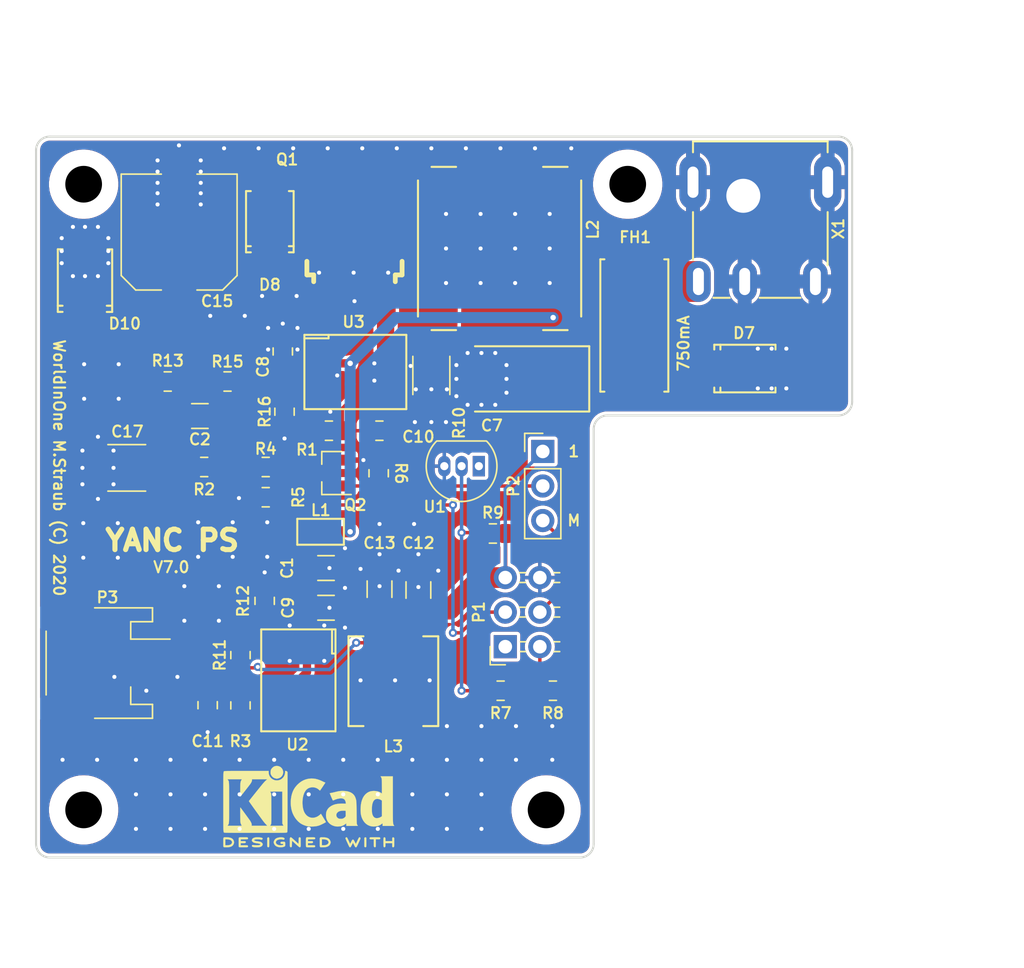
<source format=kicad_pcb>
(kicad_pcb (version 20230620) (generator pcbnew)
  (layers (0 "F.Cu" signal "Top") (31 "B.Cu" signal "Bottom") (35 "F.Paste" user) (37 "F.SilkS" user "F.Silkscreen") (38 "B.Mask" user) (39 "F.Mask" user) (44 "Edge.Cuts" user))
  (net 0 "")
  (net 1 "GND")
  (net 2 "Net-(C10-Pad1)")
  (net 3 "Net-(D8-Pad2)")
  (net 4 "Net-(FH1-Pad1)")
  (net 5 "Net-(Q1-Pad2)")
  (net 6 "Net-(Q1-Pad1)")
  (net 7 "Net-(R13-Pad1)")
  (net 8 "Net-(R2-Pad1)")
  (net 9 "/170V")
  (net 10 "/UIN")
  (net 11 "Net-(Q2-Pad3)")
  (net 12 "/HVON")
  (net 13 "/U170V")
  (net 14 "/CASETEMP")
  (net 15 "Net-(R7-Pad1)")
  (net 16 "Net-(P2-Pad2)")
  (net 17 "Net-(C2-Pad2)")
  (net 18 "/5V")
  (net 19 "Net-(U1-Pad1)")
  (net 20 "/UB")
  (net 21 "Net-(L3-Pad1)")
  (net 22 "Net-(R3-Pad2)")
  (net 23 "Net-(R11-Pad1)")
  (net 24 "Net-(C11-Pad2)")
  (net 25 "Net-(P1-Pad1)")
  (footprint "Resistor_SMD:R_0805_2012Metric" (layer "F.Cu") (at 114.8865 97.79 180)
    (property "Reference" "R4")
    (property "Value" "10K")
  )
  (footprint "Mounting_Holes:MountingHole_2.7mm_M2.5_DIN965" (layer "F.Cu") (at 101.5 77)
    (property "Reference" "MH4" hide)
    (property "Value" "Mounting_Hole")
  )
  (footprint "Resistor_SMD:R_0805_2012Metric" (layer "F.Cu") (at 119.53225 95.1215)
    (property "Reference" "R1")
    (property "Value" "22K")
  )
  (footprint "Capacitor_SMD:C_1206_3216Metric_95" (layer "F.Cu") (at 119.3195 105.2195 180)
    (property "Reference" "C1")
    (property "Value" "22µ")
  )
  (footprint "Capacitor_SMD:C_Elec_8x10.2" (layer "F.Cu") (at 108.5215 80.518 90)
    (property "Reference" "C15")
    (property "Value" "3.3µ")
  )
  (footprint "WIO_Mech:PJ-051A" (layer "F.Cu") (at 150 77.851 -90)
    (property "Reference" "X1")
    (property "Value" "PJ-051A")
  )
  (footprint "Resistor_SMD:R_0805_2012Metric" (layer "F.Cu") (at 110.363 97.79 180)
    (property "Reference" "R2")
    (property "Value" "470K")
  )
  (footprint "Resistor_SMD:R_0805_2012Metric" (layer "F.Cu") (at 113.03 111.618 -90)
    (property "Reference" "R11")
    (property "Value" "52.3K")
  )
  (footprint "Connector_PinSocket_2.54mm:PinSocket_2x03_P2.54mm_Horizontal" (layer "F.Cu") (at 132.5 111 180)
    (property "Reference" "P1")
    (property "Value" "FE03-2W")
  )
  (footprint "Capacitor_SMD:C_1206_3216Metric_95" (layer "F.Cu") (at 126.111 106.8345 -90)
    (property "Reference" "C12")
    (property "Value" "22µ")
  )
  (footprint "Resistor_SMD:R_0805_2012Metric" (layer "F.Cu") (at 113.03 115.316 -90)
    (property "Reference" "R3")
    (property "Value" "22K")
  )
  (footprint "Mounting_Holes:MountingHole_2.7mm_M2.5_DIN965" (layer "F.Cu") (at 101.5 123)
    (property "Reference" "MH1" hide)
    (property "Value" "Mounting_Hole")
  )
  (footprint "TO_SOT_Packages_SMD:SOT-23" (layer "F.Cu") (at 119.768 98.2345 180)
    (property "Reference" "Q2")
    (property "Value" "BSS138")
  )
  (footprint "Resistor_SMD:R_0805_2012Metric" (layer "F.Cu") (at 114.808 107.6325 -90)
    (property "Reference" "R12")
    (property "Value" "10K")
  )
  (footprint "TO_SOT_Packages_THT:TO-92_Inline_Narrow_Oval" (layer "F.Cu") (at 130.556 97.7265 180)
    (property "Reference" "U1")
    (property "Value" "LM335Z")
  )
  (footprint "Housings_SOIC:SOIC-8_3.9x4.9mm_Pitch1.27mm" (layer "F.Cu") (at 117.2845 113.4745 -90)
    (property "Reference" "U2")
    (property "Value" "AOZ1015AI")
  )
  (footprint "Capacitor_SMD:C_1812_4532Metric" (layer "F.Cu") (at 104.6695 97.8535 180)
    (property "Reference" "C17")
    (property "Value" "100N")
  )
  (footprint "Resistor_SMD:R_2010_5025Metric" (layer "F.Cu") (at 127.0635 91.059 -90)
    (property "Reference" "R10")
    (property "Value" "0.05E")
  )
  (footprint "Diodes_SMD:SMA_Standard" (layer "F.Cu") (at 115.189 79.756 90)
    (property "Reference" "D8")
    (property "Value" "ES1G")
  )
  (footprint "Resistor_SMD:R_0805_2012Metric" (layer "F.Cu") (at 116.2685 93.726 90)
    (property "Reference" "R16")
    (property "Value" "8.2K")
  )
  (footprint "Capacitor_SMD:C_0805_2012Metric_60" (layer "F.Cu") (at 123.24525 95.1215 180)
    (property "Reference" "C10")
    (property "Value" "100N")
  )
  (footprint "Capacitor_SMD:C_0805_2012Metric_60" (layer "F.Cu") (at 110.617 115.301 90)
    (property "Reference" "C11")
    (property "Value" "2.7N")
  )
  (footprint "Mounting_Holes:MountingHole_2.7mm_M2.5_DIN965" (layer "F.Cu") (at 135.5 123)
    (property "Reference" "MH2" hide)
    (property "Value" "Mounting_Hole")
  )
  (footprint "Diodes_SMD:SMB_Standard" (layer "F.Cu") (at 101.6 84.08416 90)
    (property "Reference" "D10")
    (property "Value" "SMBJ5388B")
  )
  (footprint "Resistor_SMD:R_0805_2012Metric" (layer "F.Cu") (at 136.002 114.2365)
    (property "Reference" "R8")
    (property "Value" "10K")
  )
  (footprint "Inductors_SMD:Inductor_0630" (layer "F.Cu") (at 124.2695 113.538 90)
    (property "Reference" "L3")
    (property "Value" "10µ")
  )
  (footprint "Capacitor_SMD:C_1206_3216Metric_95" (layer "F.Cu") (at 123.2535 106.771 -90)
    (property "Reference" "C13")
    (property "Value" "22µ")
  )
  (footprint "Resistor_SMD:R_0805_2012Metric" (layer "F.Cu") (at 107.681 91.5035 180)
    (property "Reference" "R13")
    (property "Value" "470K")
  )
  (footprint "Capacitors_Tantalum_SMD:Tantalum_Case-D_EIA-7343-31_Reflow" (layer "F.Cu") (at 133.9215 91.313 180)
    (property "Reference" "C7")
    (property "Value" "100µ")
  )
  (footprint "Diodes_SMD:SMA_Standard" (layer "F.Cu") (at 150.114 90.551)
    (property "Reference" "D7")
    (property "Value" "SS34")
  )
  (footprint "Mounting_Holes:MountingHole_2.7mm_M2.5_DIN965" (layer "F.Cu") (at 141.5 77)
    (property "Reference" "MH3" hide)
    (property "Value" "Mounting_Hole")
  )
  (footprint "Housings_SOIC:SOIC-8_3.9x4.9mm_Pitch1.27mm" (layer "F.Cu") (at 121.4755 90.805)
    (property "Reference" "U3")
    (property "Value" "MAX1771")
  )
  (footprint "Resistor_SMD:R_0805_2012Metric" (layer "F.Cu") (at 112.0775 91.5035 180)
    (property "Reference" "R15")
    (property "Value" "470K")
  )
  (footprint "Connector_JST:JST_PH_S2B-PH-SM4-TB_1x02-1MP_P2.00mm_Horizontal" (layer "F.Cu") (at 103.251 112.2045 -90)
    (property "Reference" "P3")
    (property "Value" "JSTPHMHS-2")
  )
  (footprint "Resistor_SMD:R_0805_2012Metric" (layer "F.Cu") (at 123.19 98.2495 -90)
    (property "Reference" "R6")
    (property "Value" "10K")
  )
  (footprint "Capacitor_SMD:C_1206_3216Metric_95" (layer "F.Cu") (at 119.3195 108.1405 180)
    (property "Reference" "C9")
    (property "Value" "22µ")
  )
  (footprint "Capacitor_SMD:C_1206_3216Metric_95" (layer "F.Cu") (at 110.0455 94.0435)
    (property "Reference" "C2")
    (property "Value" "100P")
  )
  (footprint "Inductors_SMD:INDC2012X110" (layer "F.Cu") (at 118.9195 102.5525 180)
    (property "Reference" "L1")
    (property "Value" "FB0805")
  )
  (footprint "Resistor_SMD:R_0805_2012Metric" (layer "F.Cu") (at 131.587 102.6795 180)
    (property "Reference" "R9")
    (property "Value" "1K")
  )
  (footprint "Capacitor_SMD:C_0805_2012Metric_60" (layer "F.Cu") (at 116.1415 89.296 90)
    (property "Reference" "C8")
    (property "Value" "100N")
  )
  (footprint "Connector_PinHeader_2.54mm:PinHeader_1x03_P2.54mm_Vertical" (layer "F.Cu") (at 135.255 96.647)
    (property "Reference" "P2")
    (property "Value" "MA03-1")
  )
  (footprint "Resistor_SMD:R_0805_2012Metric" (layer "F.Cu") (at 132.1585 114.2365)
    (property "Reference" "R7")
    (property "Value" "15K")
  )
  (footprint "Inductors_SMD:CDRH127" (layer "F.Cu") (at 132.08 81.7245 180)
    (property "Reference" "L2")
    (property "Value" "100µ")
  )
  (footprint "Symbol:KiCad-Logo2_5mm_SilkScreen" (layer "F.Cu") (at 118.0465 122.7455)
    (property "Reference" "REF**" hide)
    (property "Value" "KiCad-Logo2_5mm_SilkScreen" hide)
  )
  (footprint "Housings_TO_SOT_SMD:TO-252" (layer "F.Cu") (at 121.412 82.167 90)
    (property "Reference" "Q1")
    (property "Value" "FQD18N20")
  )
  (footprint "Resistor_SMD:R_0805_2012Metric" (layer "F.Cu") (at 114.8865 100.0125)
    (property "Reference" "R5")
    (property "Value" "3.9K")
  )
  (footprint "Fuse_Holders_and_Fuses:Littelfuse_Nano2_1808_Fuse_Holder_SMD" (layer "F.Cu") (at 141.986 87.386 -90)
    (property "Reference" "FH1")
    (property "Value" "FH1808")
  )
  (gr_line (start 158 93) (end 158 74.5) (stroke (width 0.15)) (layer "Edge.Cuts"))
  (gr_line (start 157 73.5) (end 99 73.5) (stroke (width 0.1524)) (layer "Edge.Cuts"))
  (gr_arc (start 157 73.5) (mid 157.707107 73.792893) (end 158 74.5) (stroke (width 0.1524)) (layer "Edge.Cuts"))
  (gr_line (start 140 94) (end 157 94) (stroke (width 0.1524)) (layer "Edge.Cuts"))
  (gr_arc (start 139 95) (mid 139.292893 94.292893) (end 140 94) (stroke (width 0.15)) (layer "Edge.Cuts"))
  (gr_line (start 138 126.5) (end 99 126.5) (stroke (width 0.1524)) (layer "Edge.Cuts"))
  (gr_arc (start 99 126.5) (mid 98.292893 126.207107) (end 98 125.5) (stroke (width 0.15)) (layer "Edge.Cuts"))
  (gr_arc (start 139 125.5) (mid 138.707107 126.207107) (end 138 126.5) (stroke (width 0.15)) (layer "Edge.Cuts"))
  (gr_arc (start 98 74.5) (mid 98.292893 73.792893) (end 99 73.5) (stroke (width 0.15)) (layer "Edge.Cuts"))
  (gr_line (start 139 125.5) (end 139 95) (stroke (width 0.1524)) (layer "Edge.Cuts"))
  (gr_line (start 98 74.5) (end 98 125.5) (stroke (width 0.1524)) (layer "Edge.Cuts"))
  (gr_arc (start 158 93) (mid 157.707107 93.707107) (end 157 94) (stroke (width 0.15)) (layer "Edge.Cuts"))
  (gr_text "YANC PS" (at 108.0135 103.1875 0) (layer "F.SilkS") (effects (font (size 1.5 1.5) (thickness 0.375))))
  (gr_text "1" (at 137.541 96.647 0) (layer "F.SilkS") (effects (font (size 0.8128 0.8128) (thickness 0.1524))))
  (gr_text "M" (at 137.541 101.727 0) (layer "F.SilkS") (effects (font (size 0.8128 0.8128) (thickness 0.1524))))
  (gr_text "WorldInOne M.Straub (C) 2020" (at 99.695 97.8535 270) (layer "F.SilkS") (effects (font (size 0.8128 0.8128) (thickness 0.1524))))
  (gr_text "V7.0" (at 107.95 105.156 0) (layer "F.SilkS") (effects (font (size 0.8128 0.8128) (thickness 0.1524))))
  (gr_text "750mA" (at 145.6055 88.7095 90) (layer "F.SilkS") (effects (font (size 0.8128 0.8128) (thickness 0.1524))))
  (segment (start 100.711 83.7565) (end 100.711 80.137) (width 0.4064) (layer "F.Cu") (net 1))
  (segment (start 108.5088 74.1426) (end 108.5088 76.9053) (width 0.4064) (layer "F.Cu") (net 1))
  (segment (start 115.8575 88.3585) (end 115.062 89.154) (width 0.4064) (layer "F.Cu") (net 1))
  (segment (start 153.0985 90.551) (end 152.11298 90.551) (width 0.4064) (layer "F.Cu") (net 1))
  (segment (start 99.8855 81.915) (end 101.57968 81.915) (width 0.4064) (layer "F.Cu") (net 1))
  (segment (start 116.4255 88.3585) (end 117.221 89.154) (width 0.4064) (layer "F.Cu") (net 1))
  (segment (start 115.854 88.3585) (end 115.062 87.5665) (width 0.4064) (layer "F.Cu") (net 1))
  (segment (start 120.7135 106.68) (end 120.7135 108.1345) (width 0.4064) (layer "F.Cu") (net 1))
  (segment (start 132.588 90.297) (end 131.7625 90.297) (width 0.4064) (layer "F.Cu") (net 1))
  (segment (start 106.934 77.6605) (end 110.109 77.6605) (width 0.4064) (layer "F.Cu") (net 1))
  (segment (start 127.0635 93.309) (end 127.0635 94.488) (width 0.4064) (layer "F.Cu") (net 1))
  (segment (start 153.162 90.551) (end 152.11298 90.551) (width 0.4064) (layer "F.Cu") (net 1))
  (segment (start 129.7305 93.218) (end 129.7305 92.329) (width 0.4064) (layer "F.Cu") (net 1))
  (segment (start 106.934 78.486) (end 110.109 78.486) (width 0.4064) (layer "F.Cu") (net 1))
  (segment (start 129.7305 89.408) (end 129.7305 90.297) (width 0.4064) (layer "F.Cu") (net 1))
  (segment (start 126.111 106.6165) (end 126.111 105.4345) (width 0.4064) (layer "F.Cu") (net 1))
  (segment (start 121.8565 105.283) (end 123.1655 105.283) (width 0.4064) (layer "F.Cu") (net 1))
  (segment (start 119.1895 110.7745) (end 119.1895 112.0445) (width 0.4064) (layer "F.Cu") (net 1))
  (segment (start 125.8525 94.488) (end 125.8845 94.488) (width 0.4064) (layer "F.Cu") (net 1))
  (segment (start 119.5705 108.1405) (end 120.7195 108.1405) (width 0.4064) (layer "F.Cu") (net 1))
  (segment (start 128.1385 94.488) (end 128.1385 94.384) (width 0.4064) (layer "F.Cu") (net 1))
  (segment (start 110.109 76.8985) (end 108.541 76.8985) (width 0.4064) (layer "F.Cu") (net 1))
  (segment (start 101.6 83.7565) (end 101.6 81.93532) (width 0.4064) (layer "F.Cu") (net 1))
  (segment (start 103.3145 82.804) (end 99.8855 82.804) (width 0.4064) (layer "F.Cu") (net 1))
  (segment (start 116.1415 87.249) (end 116.1415 88.3585) (width 0.4064) (layer "F.Cu") (net 1))
  (segment (start 120.9205 97.282) (end 122.06761 97.282) (width 0.4064) (layer "F.Cu") (net 1))
  (segment (start 124.1755 90.17) (end 125.349 90.17) (width 0.4064) (layer "F.Cu") (net 1))
  (segment (start 103.3145 81.915) (end 101.62032 81.915) (width 0.4064) (layer "F.Cu") (net 1))
  (segment (start 112.918 100.076) (end 113.8855 100.076) (width 0.4064) (layer "F.Cu") (net 1))
  (segment (start 127.0635 93.309) (end 127.0635 92.075) (width 0.4064) (layer "F.Cu") (net 1))
  (segment (start 106.934 75.2475) (end 110.109 75.2475) (width 0.4064) (layer "F.Cu") (net 1))
  (segment (start 153.162 92.0115) (end 153.162 90.6145) (width 0.4064) (layer "F.Cu") (net 1))
  (segment (start 116.6495 109.441) (end 116.6495 110.7745) (width 0.4064) (layer "F.Cu") (net 1))
  (segment (start 106.934 76.073) (end 110.109 76.073) (width 0.4064) (layer "F.Cu") (net 1))
  (segment (start 127.5715 105.41) (end 126.1355 105.41) (width 0.4064) (layer "F.Cu") (net 1))
  (segment (start 125.349 90.17) (end 125.5395 90.3605) (width 0.4064) (layer "F.Cu") (net 1))
  (segment (start 101.4095 96.5835) (end 103.6955 96.5835) (width 0.4064) (layer "F.Cu") (net 1))
  (segment (start 120.7195 105.2195) (end 121.793 105.2195) (width 0.4064) (layer "F.Cu") (net 1))
  (segment (start 120.7135 103.759) (end 120.7135 105.2135) (width 0.4064) (layer "F.Cu") (net 1))
  (segment (start 128.2065 92.166) (end 127.0635 93.309) (width 0.4064) (layer "F.Cu") (net 1))
  (segment (start 151.0665 89.0905) (end 151.0665 90.551) (width 0.4064) (layer "F.Cu") (net 1))
  (segment (start 120.7135 109.601) (end 120.7135 108.1465) (width 0.4064) (layer "F.Cu") (net 1))
  (segment (start 103.759 113.2205) (end 108.3945 113.2205) (width 0.4064) (layer "F.Cu") (net 1))
  (segment (start 120.7135 106.68) (end 120.7135 105.2255) (width 0.4064) (layer "F.Cu") (net 1))
  (segment (start 122.8725 91.44) (end 124.1755 91.44) (width 0.4064) (layer "F.Cu") (net 1))
  (segment (start 125.9205 92.166) (end 127.0635 93.309) (width 0.4064) (layer "F.Cu") (net 1))
  (segment (start 125.8845 94.488) (end 127.0635 93.309) (width 0.4064) (layer "F.Cu") (net 1))
  (segment (start 103.3145 80.9625) (end 99.8855 80.9625) (width 0.4064) (layer "F.Cu") (net 1))
  (segment (start 110.617 117.2845) (end 110.617 116.2385) (width 0.4064) (layer "F.Cu") (net 1))
  (segment (start 102.5525 95.5675) (end 102.5525 100.1395) (width 0.4064) (layer "F.Cu") (net 1))
  (segment (start 114.808 105.537) (end 114.808 106.695) (width 0.4064) (layer "F.Cu") (net 1))
  (segment (start 124.1755 91.44) (end 125.857 91.44) (width 0.4064) (layer "F.Cu") (net 1))
  (segment (start 128.905 91.313) (end 130.7465 91.313) (width 0.4064) (layer "F.Cu") (net 1))
  (segment (start 128.2065 92.078999) (end 128.2065 92.166) (width 0.4064) (layer "F.Cu") (net 1))
  (segment (start 152.0825 92.0115) (end 152.0825 90.58148) (width 0.4064) (layer "F.Cu") (net 1))
  (segment (start 152.0825 89.0905) (end 152.0825 90.52052) (width 0.4064) (layer "F.Cu") (net 1))
  (segment (start 153.162 89.0905) (end 153.162 90.551) (width 0.4064) (layer "F.Cu") (net 1))
  (segment (start 151.0665 90.551) (end 152.11298 90.551) (width 0.4064) (layer "F.Cu") (net 1))
  (segment (start 123.2535 106.553) (end 123.2535 105.371) (width 0.4064) (layer "F.Cu") (net 1))
  (segment (start 130.7465 93.218) (end 130.7465 91.313) (width 0.4064) (layer "F.Cu") (net 1))
  (segment (start 132.588 92.329) (end 131.7625 92.329) (width 0.4064) (layer "F.Cu") (net 1))
  (segment (start 116.6495 110.7745) (end 116.6495 112.0445) (width 0.4064) (layer "F.Cu") (net 1))
  (segment (start 153.162 90.6145) (end 153.0985 90.551) (width 0.4064) (layer "F.Cu") (net 1))
  (segment (start 132.588 91.313) (end 130.7465 91.313) (width 0.4064) (layer "F.Cu") (net 1))
  (segment (start 131.7625 93.218) (end 131.7625 92.329) (width 0.4064) (layer "F.Cu") (net 1))
  (segment (start 119.5705 105.2195) (end 120.7195 105.2195) (width 0.4064) (layer "F.Cu") (net 1))
  (segment (start 125.9205 91.5035) (end 125.9205 92.078999) (width 0.4064) (layer "F.Cu") (net 1))
  (segment (start 123.2535 104.2035) (end 123.2535 105.371) (width 0.4064) (layer "F.Cu") (net 1))
  (segment (start 128.905 92.583) (end 129.4765 92.583) (width 0.4064) (layer "F.Cu") (net 1))
  (segment (start 128.905 90.297) (end 129.7305 90.297) (width 0.4064) (layer "F.Cu") (net 1))
  (segment (start 125.9205 92.078999) (end 125.9205 92.166) (width 0.4064) (layer "F.Cu") (net 1))
  (segment (start 124.6505 105.41) (end 126.0865 105.41) (width 0.4064) (layer "F.Cu") (net 1))
  (segment (start 125.857 91.44) (end 125.9205 91.5035) (width 0.4064) (layer "F.Cu") (net 1))
  (segment (start 151.0665 92.0115) (end 151.0665 90.551) (width 0.4064) (layer "F.Cu") (net 1))
  (segment (start 106.934 76.8985) (end 108.502 76.8985) (width 0.4064) (layer "F.Cu") (net 1))
  (segment (start 129.4765 92.583) (end 131.7625 90.297) (width 0.4064) (layer "F.Cu") (net 1))
  (segment (start 102.5525 83.7565) (end 102.5525 80.137) (width 0.4064) (layer "F.Cu") (net 1))
  (segment (start 101.4095 97.8535) (end 103.6955 97.8535) (width 0.4064) (layer "F.Cu") (net 1))
  (segment (start 101.4095 99.06) (end 103.6955 99.06) (width 0.4064) (layer "F.Cu") (net 1))
  (segment (start 106.1085 114.2365) (end 106.1085 113.212) (width 0.4064) (layer "F.Cu") (net 1))
  (segment (start 124.6505 105.41) (end 123.2925 105.41) (width 0.4064) (layer "F.Cu") (net 1))
  (segment (start 128.1385 94.384) (end 127.0635 93.309) (width 0.4064) (layer "F.Cu") (net 1))
  (segment (start 126.111 104.2035) (end 126.111 105.4345) (width 0.4064) (layer "F.Cu") (net 1))
  (segment (start 122.8725 90.17) (end 124.1755 90.17) (width 0.4064) (layer "F.Cu") (net 1))
  (segment (start 116.429 88.3585) (end 117.221 87.5665) (width 0.4064) (layer "F.Cu") (net 1))
  (segment (start 130.7465 89.408) (end 130.7465 91.313) (width 0.4064) (layer "F.Cu") (net 1))
  (segment (start 101.6 80.137) (end 101.6 81.93532) (width 0.4064) (layer "F.Cu") (net 1))
  (segment (start 119.1895 109.441) (end 119.1895 110.7745) (width 0.4064) (layer "F.Cu") (net 1))
  (segment (start 121.793 105.2195) (end 121.8565 105.283) (width 0.4064) (layer "F.Cu") (net 1))
  (via (at 110.4265 121.8565) (size 0.6) (drill 0.3) (layers "F.Cu" "B.Cu") (net 1))
  (via (at 102.5525 100.1395) (size 0.6) (drill 0.3) (layers "F.Cu" "B.Cu") (net 1))
  (via (at 118.0465 121.8565) (size 0.6) (drill 0.3) (layers "F.Cu" "B.Cu") (net 1))
  (via (at 122.06761 97.282) (size 0.6) (drill 0.3) (layers "F.Cu" "B.Cu") (net 1))
  (via (at 108.3945 113.2205) (size 0.6) (drill 0.3) (layers "F.Cu" "B.Cu") (net 1))
  (via (at 102.489 119.3165) (size 0.6) (drill 0.3) (layers "F.Cu" "B.Cu") (net 1))
  (via (at 110.109 77.6605) (size 0.6) (drill 0.3) (layers "F.Cu" "B.Cu") (net 1))
  (via (at 124.6505 105.41) (size 0.6) (drill 0.3) (layers "F.Cu" "B.Cu") (net 1))
  (via (at 123.1265 121.8565) (size 0.6) (drill 0.3) (layers "F.Cu" "B.Cu") (net 1))
  (via (at 104.0765 92.7735) (size 0.6) (drill 0.3) (layers "F.Cu" "B.Cu") (net 1))
  (via (at 116.6495 109.441) (size 0.6) (drill 0.3) (layers "F.Cu" "B.Cu") (net 1))
  (via (at 124.5235 74.3585) (size 0.6) (drill 0.3) (layers "F.Cu" "B.Cu") (net 1))
  (via (at 124.3965 113.4745) (size 0.6) (drill 0.3) (layers "F.Cu" "B.Cu") (net 1))
  (via (at 109.9185 101.854) (size 0.6) (drill 0.3) (layers "F.Cu" "B.Cu") (net 1))
  (via (at 126.111 106.6165) (size 0.6) (drill 0.3) (layers "F.Cu" "B.Cu") (net 1))
  (via (at 102.5525 83.7565) (size 0.6) (drill 0.3) (layers "F.Cu" "B.Cu") (net 1))
  (via (at 110.109 76.073) (size 0.6) (drill 0.3) (layers "F.Cu" "B.Cu") (net 1))
  (via (at 133.223 81.7245) (size 0.6) (drill 0.3) (layers "F.Cu" "B.Cu") (net 1))
  (via (at 114.808 105.537) (size 0.6) (drill 0.3) (layers "F.Cu" "B.Cu") (net 1))
  (via (at 112.9665 121.8565) (size 0.6) (drill 0.3) (layers "F.Cu" "B.Cu") (net 1))
  (via (at 114.9985 101.854) (size 0.6) (drill 0.3) (layers "F.Cu" "B.Cu") (net 1))
  (via (at 103.6955 97.8535) (size 0.6) (drill 0.3) (layers "F.Cu" "B.Cu") (net 1))
  (via (at 152.0825 92.0115) (size 0.6) (drill 0.3) (layers "F.Cu" "B.Cu") (net 1))
  (via (at 128.2065 121.8565) (size 0.6) (drill 0.3) (layers "F.Cu" "B.Cu") (net 1))
  (via (at 153.162 89.0905) (size 0.6) (drill 0.3) (layers "F.Cu" "B.Cu") (net 1))
  (via (at 126.111 104.2035) (size 0.6) (drill 0.3) (layers "F.Cu" "B.Cu") (net 1))
  (via (at 119.4435 74.3585) (size 0.6) (drill 0.3) (layers "F.Cu" "B.Cu") (net 1))
  (via (at 100.711 83.7565) (size 0.6) (drill 0.3) (layers "F.Cu" "B.Cu") (net 1))
  (via (at 101.6 83.7565) (size 0.6) (drill 0.3) (layers "F.Cu" "B.Cu") (net 1))
  (via (at 126.9365 113.4745) (size 0.6) (drill 0.3) (layers "F.Cu" "B.Cu") (net 1))
  (via (at 131.7625 89.408) (size 0.6) (drill 0.3) (layers "F.Cu" "B.Cu") (net 1))
  (via (at 119.1895 109.441) (size 0.6) (drill 0.3) (layers "F.Cu" "B.Cu") (net 1))
  (via (at 119.1895 112.0445) (size 0.6) (drill 0.3) (layers "F.Cu" "B.Cu") (net 1))
  (via (at 123.8885 83.5025) (size 0.6) (drill 0.3) (layers "F.Cu" "B.Cu") (net 1))
  (via (at 110.617 117.2845) (size 0.6) (drill 0.3) (layers "F.Cu" "B.Cu") (net 1))
  (via (at 123.2535 104.2035) (size 0.6) (drill 0.3) (layers "F.Cu" "B.Cu") (net 1))
  (via (at 127.0635 92.075) (size 0.6) (drill 0.3) (layers "F.Cu" "B.Cu") (net 1))
  (via (at 125.8525 94.488) (size 0.6) (drill 0.3) (layers "F.Cu" "B.Cu") (net 1))
  (via (at 110.4265 119.3165) (size 0.6) (drill 0.3) (layers "F.Cu" "B.Cu") (net 1))
  (via (at 114.6175 85.217) (size 0.6) (drill 0.3) (layers "F.Cu" "B.Cu") (net 1))
  (via (at 104.013 104.4575) (size 0.6) (drill 0.3) (layers "F.Cu" "B.Cu") (net 1))
  (via (at 128.143 81.7245) (size 0.6) (drill 0.3) (layers "F.Cu" "B.Cu") (net 1))
  (via (at 103.3145 82.804) (size 0.6) (drill 0.3) (layers "F.Cu" "B.Cu") (net 1))
  (via (at 135.9535 116.84) (size 0.6) (drill 0.3) (layers "F.Cu" "B.Cu") (net 1))
  (via (at 118.8085 83.5025) (size 0.6) (drill 0.3) (layers "F.Cu" "B.Cu") (net 1))
  (via (at 135.763 84.2645) (size 0.6) (drill 0.3) (layers "F.Cu" "B.Cu") (net 1))
  (via (at 106.934 75.2475) (size 0.6) (drill 0.3) (layers "F.Cu" "B.Cu") (net 1))
  (via (at 106.934 76.8985) (size 0.6) (drill 0.3) (layers "F.Cu" "B.Cu") (net 1))
  (via (at 119.5705 108.1405) (size 0.6) (drill 0.3) (layers "F.Cu" "B.Cu") (net 1))
  (via (at 116.6495 112.0445) (size 0.6) (drill 0.3) (layers "F.Cu" "B.Cu") (net 1))
  (via (at 103.759 113.2205) (size 0.6) (drill 0.3) (layers "F.Cu" "B.Cu") (net 1))
  (via (at 121.3485 83.5025) (size 0.6) (drill 0.3) (layers "F.Cu" "B.Cu") (net 1))
  (via (at 115.5065 121.8565) (size 0.6) (drill 0.3) (layers "F.Cu" "B.Cu") (net 1))
  (via (at 103.6955 96.5835) (size 0.6) (drill 0.3) (layers "F.Cu" "B.Cu") (net 1))
  (via (at 107.8865 119.3165) (size 0.6) (drill 0.3) (layers "F.Cu" "B.Cu") (net 1))
  (via (at 130.7465 93.218) (size 0.6) (drill 0.3) (layers "F.Cu" "B.Cu") (net 1))
  (via (at 127.0635 94.488) (size 0.6) (drill 0.3) (layers "F.Cu" "B.Cu") (net 1))
  (via (at 122.8725 91.44) (size 0.6) (drill 0.3) (layers "F.Cu" "B.Cu") (net 1))
  (via (at 121.412 85.598) (size 0.6) (drill 0.3) (layers "F.Cu" "B.Cu") (net 1))
  (via (at 130.7465 121.8565) (size 0.6) (drill 0.3) (layers "F.Cu" "B.Cu") (net 1))
  (via (at 133.223 84.2645) (size 0.6) (drill 0.3) (layers "F.Cu" "B.Cu") (net 1))
  (via (at 102.5525 95.5675) (size 0.6) (drill 0.3) (layers "F.Cu" "B.Cu") (net 1))
  (via (at 120.5865 124.3965) (size 0.6) (drill 0.3) (layers "F.Cu" "B.Cu") (net 1))
  (via (at 128.905 91.313) (size 0.6) (drill 0.3) (layers "F.Cu" "B.Cu") (net 1))
  (via (at 99.8855 81.915) (size 0.6) (drill 0.3) (layers "F.Cu" "B.Cu") (net 1))
  (via (at 105.3465 124.3965) (size 0.6) (drill 0.3) (layers "F.Cu" "B.Cu") (net 1))
  (via (at 132.1435 74.3585) (size 0.6) (drill 0.3) (layers "F.Cu" "B.Cu") (net 1))
  (via (at 128.2065 116.84) (size 0.6) (drill 0.3) (layers "F.Cu" "B.Cu") (net 1))
  (via (at 110.109 76.8985) (size 0.6) (drill 0.3) (layers "F.Cu" "B.Cu") (net 1))
  (via (at 101.473 104.4575) (size 0.6) (drill 0.3) (layers "F.Cu" "B.Cu") (net 1))
  (via (at 125.6665 119.3165) (size 0.6) (drill 0.3) (layers "F.Cu" "B.Cu") (net 1))
  (via (at 114.9985 104.394) (size 0.6) (drill 0.3) (layers "F.Cu" "B.Cu") (net 1))
  (via (at 103.3145 81.915) (size 0.6) (drill 0.3) (layers "F.Cu" "B.Cu") (net 1))
  (via (at 105.3465 121.8565) (size 0.6) (drill 0.3) (layers "F.Cu" "B.Cu") (net 1))
  (via (at 111.4425 106.553) (size 0.6) (drill 0.3) (layers "F.Cu" "B.Cu") (net 1))
  (via (at 106.934 76.073) (size 0.6) (drill 0.3) (layers "F.Cu" "B.Cu") (net 1))
  (via (at 108.5088 74.1426) (size 0.6) (drill 0.3) (layers "F.Cu" "B.Cu") (net 1))
  (via (at 117.1575 85.217) (size 0.6) (drill 0.3) (layers "F.Cu" "B.Cu") (net 1))
  (via (at 119.634 93.726) (size 0.6) (drill 0.3) (layers "F.Cu" "B.Cu") (net 1))
  (via (at 104.013 101.9175) (size 0.6) (drill 0.3) (layers "F.Cu" "B.Cu") (net 1))
  (via (at 125.9205 92.078999) (size 0.6) (drill 0.3) (layers "F.Cu" "B.Cu") (net 1))
  (via (at 125.5395 90.3605) (size 0.6) (drill 0.3) (layers "F.Cu" "B.Cu") (net 1))
  (via (at 128.143 79.1845) (size 0.6) (drill 0.3) (layers "F.Cu" "B.Cu") (net 1))
  (via (at 117.221 87.5665) (size 0.6) (drill 0.3) (layers "F.Cu" "B.Cu") (net 1))
  (via (at 119.5705 105.2195) (size 0.6) (drill 0.3) (layers "F.Cu" "B.Cu") (net 1))
  (via (at 125.6665 121.8565) (size 0.6) (drill 0.3) (layers "F.Cu" "B.Cu") (net 1))
  (via (at 128.2065 119.3165) (size 0.6) (drill 0.3) (layers "F.Cu" "B.Cu") (net 1))
  (via (at 128.143 84.2645) (size 0.6) (drill 0.3) (layers "F.Cu" "B.Cu") (net 1))
  (via (at 111.4425 109.093) (size 0.6) (drill 0.3) (layers "F.Cu" "B.Cu") (net 1))
  (via (at 130.7465 116.84) (size 0.6) (drill 0.3) (layers "F.Cu" "B.Cu") (net 1))
  (via (at 120.7135 109.601) (size 0.6) (drill 0.3) (layers "F.Cu" "B.Cu") (net 1))
  (via (at 101.5365 90.2335) (size 0.6) (drill 0.3) (layers "F.Cu" "B.Cu") (net 1))
  (via (at 109.9185 104.394) (size 0.6) (drill 0.3) (layers "F.Cu" "B.Cu") (net 1))
  (via (at 101.5365 92.7735) (size 0.6) (drill 0.3) (layers "F.Cu" "B.Cu") (net 1))
  (via (at 115.5065 119.3165) (size 0.6) (drill 0.3) (layers "F.Cu" "B.Cu") (net 1))
  (via (at 133.2865 119.3165) (size 0.6) (drill 0.3) (layers "F.Cu" "B.Cu") (net 1))
  (via (at 130.683 84.2645) (size 0.6) (drill 0.3) (layers "F.Cu" "B.Cu") (net 1))
  (via (at 121.8565 113.4745) (size 0.6) (drill 0.3) (layers "F.Cu" "B.Cu") (net 1))
  (via (at 121.9835 74.3585) (size 0.6) (drill 0.3) (layers "F.Cu" "B.Cu") (net 1))
  (via (at 112.4585 101.854) (size 0.6) (drill 0.3) (layers "F.Cu" "B.Cu") (net 1))
  (via (at 101.6 80.137) (size 0.6) (drill 0.3) (layers "F.Cu" "B.Cu") (net 1))
  (via (at 130.7465 124.3965) (size 0.6) (drill 0.3) (layers "F.Cu" "B.Cu") (net 1))
  (via (at 128.2065 124.3965) (size 0.6) (drill 0.3) (layers "F.Cu" "B.Cu") (net 1))
  (via (at 132.588 91.313) (size 0.6) (drill 0.3) (layers "F.Cu" "B.Cu") (net 1))
  (via (at 123.2535 106.553) (size 0.6) (drill 0.3) (layers "F.Cu" "B.Cu") (net 1))
  (via (at 102.5525 80.137) (size 0.6) (drill 0.3) (layers "F.Cu" "B.Cu") (net 1))
  (via (at 112.918 100.076) (size 0.6) (drill 0.3) (layers "F.Cu" "B.Cu") (net 1))
  (via (at 133.223 79.1845) (size 0.6) (drill 0.3) (layers "F.Cu" "B.Cu") (net 1))
  (via (at 130.7465 119.3165) (size 0.6) (drill 0.3) (layers "F.Cu" "B.Cu") (net 1))
  (via (at 137.3505 74.3585) (size 0.6) (drill 0.3) (layers "F.Cu" "B.Cu") (net 1))
  (via (at 120.7135 106.68) (size 0.6) (drill 0.3) (layers "F.Cu" "B.Cu") (net 1))
  (via (at 106.934 77.6605) (size 0.6) (drill 0.3) (layers "F.Cu" "B.Cu") (net 1))
  (via (at 113.3475 86.6775) (size 0.6) (drill 0.3) (layers "F.Cu" "B.Cu") (net 1))
  (via (at 152.0825 89.0905) (size 0.6) (drill 0.3) (layers "F.Cu" "B.Cu") (net 1))
  (via (at 123.1265 119.3165) (size 0.6) (drill 0.3) (layers "F.Cu" "B.Cu") (net 1))
  (via (at 111.8235 74.3585) (size 0.6) (drill 0.3) (layers "F.Cu" "B.Cu") (net 1))
  (via (at 120.5865 119.3165) (size 0.6) (drill 0.3) (layers "F.Cu" "B.Cu") (net 1))
  (via (at 130.683 81.7245) (size 0.6) (drill 0.3) (layers "F.Cu" "B.Cu") (net 1))
  (via (at 120.5865 121.8565) (size 0.6) (drill 0.3) (layers "F.Cu" "B.Cu") (net 1))
  (via (at 130.683 79.1845) (size 0.6) (drill 0.3) (layers "F.Cu" "B.Cu") (net 1))
  (via (at 101.4095 99.06) (size 0.6) (drill 0.3) (layers "F.Cu" "B.Cu") (net 1))
  (via (at 99.8855 82.804) (size 0.6) (drill 0.3) (layers "F.Cu" "B.Cu") (net 1))
  (via (at 112.9665 119.3165) (size 0.6) (drill 0.3) (layers "F.Cu" "B.Cu") (net 1))
  (via (at 116.9035 74.3585) (size 0.6) (drill 0.3) (layers "F.Cu" "B.Cu") (net 1))
  (via (at 103.3145 80.9625) (size 0.6) (drill 0.3) (layers "F.Cu" "B.Cu") (net 1))
  (via (at 118.0465 119.3165) (size 0.6) (drill 0.3) (layers "F.Cu" "B.Cu") (net 1))
  (via (at 106.934 78.486) (size 0.6) (drill 0.3) (layers "F.Cu" "B.Cu") (net 1))
  (via (at 121.8565 105.283) (size 0.6) (drill 0.3) (layers "F.Cu" "B.Cu") (net 1))
  (via (at 131.7625 93.218) (size 0.6) (drill 0.3) (layers "F.Cu" "B.Cu") (net 1))
  (via (at 134.6835 74.3585) (size 0.6) (drill 0.3) (layers "F.Cu" "B.Cu") (net 1))
  (via (at 133.2865 116.84) (size 0.6) (drill 0.3) (layers "F.Cu" "B.Cu") (net 1))
  (via (at 105.3465 119.3165) (size 0.6) (drill 0.3) (layers "F.Cu" "B.Cu") (net 1))
  (via (at 115.062 87.5665) (size 0.6) (drill 0.3) (layers "F.Cu" "B.Cu") (net 1))
  (via (at 132.588 92.329) (size 0.6) (drill 0.3) (layers "F.Cu" "B.Cu") (net 1))
  (via (at 110.4265 124.3965) (size 0.6) (drill 0.3) (layers "F.Cu" "B.Cu") (net 1))
  (via (at 129.7305 93.218) (size 0.6) (drill 0.3) (layers "F.Cu" "B.Cu") (net 1))
  (via (at 135.9535 119.3165) (size 0.6) (drill 0.3) (layers "F.Cu" "B.Cu") (net 1))
  (via (at 117.221 89.154) (size 0.6) (drill 0.3) (layers "F.Cu" "B.Cu") (net 1))
  (via (at 151.0665 89.0905) (size 0.6) (drill 0.3) (layers "F.Cu" "B.Cu") (net 1))
  (via (at 120.7135 103.759) (size 0.6) (drill 0.3) (layers "F.Cu" "B.Cu") (net 1))
  (via (at 99.8855 80.9625) (size 0.6) (drill 0.3) (layers "F.Cu" "B.Cu") (net 1))
  (via (at 128.905 90.297) (size 0.6) (drill 0.3) (layers "F.Cu" "B.Cu") (net 1))
  (via (at 107.8865 124.3965) (size 0.6) (drill 0.3) (layers "F.Cu" "B.Cu") (net 1))
  (via (at 110.109 75.2475) (size 0.6) (drill 0.3) (layers "F.Cu" "B.Cu") (net 1))
  (via (at 118.0465 124.3965) (size 0.6) (drill 0.3) (layers "F.Cu" "B.Cu") (net 1))
  (via (at 130.7465 89.408) (size 0.6) (drill 0.3) (layers "F.Cu" "B.Cu") (net 1))
  (via (at 112.4585 104.394) (size 0.6) (drill 0.3) (layers "F.Cu" "B.Cu") (net 1))
  (via (at 122.8725 90.17) (size 0.6) (drill 0.3) (layers "F.Cu" "B.Cu") (net 1))
  (via (at 114.3635 74.3585) (size 0.6) (drill 0.3) (layers "F.Cu" "B.Cu") (net 1))
  (via (at 107.8865 121.8565) (size 0.6) (drill 0.3) (layers "F.Cu" "B.Cu") (net 1))
  (via (at 125.6665 124.3965) (size 0.6) (drill 0.3) (layers "F.Cu" "B.Cu") (net 1))
  (via (at 106.1085 114.2365) (size 0.6) (drill 0.3) (layers "F.Cu" "B.Cu") (net 1))
  (via (at 101.4095 96.5835) (size 0.6) (drill 0.3) (layers "F.Cu" "B.Cu") (net 1))
  (via (at 99.949 119.3165) (size 0.6) (drill 0.3) (layers "F.Cu" "B.Cu") (net 1))
  (via (at 123.1265 124.3965) (size 0.6) (drill 0.3) (layers "F.Cu" "B.Cu") (net 1))
  (via (at 153.162 92.0115) (size 0.6) (drill 0.3) (layers "F.Cu" "B.Cu") (net 1))
  (via (at 129.7305 89.408) (size 0.6) (drill 0.3) (layers "F.Cu" "B.Cu") (net 1))
  (via (at 135.763 79.1845) (size 0.6) (drill 0.3) (layers "F.Cu" "B.Cu") (net 1))
  (via (at 100.711 80.137) (size 0.6) (drill 0.3) (layers "F.Cu" "B.Cu") (net 1))
  (via (at 127.0635 74.3585) (size 0.6) (drill 0.3) (layers "F.Cu" "B.Cu") (net 1))
  (via (at 128.2065 92.078999) (size 0.6) (drill 0.3) (layers "F.Cu" "B.Cu") (net 1))
  (via (at 116.2685 95.6945) (size 0.6) (drill 0.3) (layers "F.Cu" "B.Cu") (net 1))
  (via (at 151.0665 92.0115) (size 0.6) (drill 0.3) (layers "F.Cu" "B.Cu") (net 1))
  (via (at 125.7935 101.981) (size 0.6) (drill 0.3) (layers "F.Cu" "B.Cu") (net 1))
  (via (at 127.5715 105.41) (size 0.6) (drill 0.3) (layers "F.Cu" "B.Cu") (net 1))
  (via (at 101.473 101.9175) (size 0.6) (drill 0.3) (layers "F.Cu" "B.Cu") (net 1))
  (via (at 132.588 90.297) (size 0.6) (drill 0.3) (layers "F.Cu" "B.Cu") (net 1))
  (via (at 112.9665 124.3965) (size 0.6) (drill 0.3) (layers "F.Cu" "B.Cu") (net 1))
  (via (at 108.9025 109.093) (size 0.6) (drill 0.3) (layers "F.Cu" "B.Cu") (net 1))
  (via (at 123.2535 101.981) (size 0.6) (drill 0.3) (layers "F.Cu" "B.Cu") (net 1))
  (via (at 101.4095 97.8535) (size 0.6) (drill 0.3) (layers "F.Cu" "B.Cu") (net 1))
  (via (at 128.1385 94.488) (size 0.6) (drill 0.3) (layers "F.Cu" "B.Cu") (net 1))
  (via (at 103.6955 99.06) (size 0.6) (drill 0.3) (layers "F.Cu" "B.Cu") (net 1))
  (via (at 110.109 78.486) (size 0.6) (drill 0.3) (layers "F.Cu" "B.Cu") (net 1))
  (via (at 108.9025 106.553) (size 0.6) (drill 0.3) (layers "F.Cu" "B.Cu") (net 1))
  (via (at 116.1415 87.249) (size 0.6) (drill 0.3) (layers "F.Cu" "B.Cu") (net 1))
  (via (at 115.062 89.154) (size 0.6) (drill 0.3) (layers "F.Cu" "B.Cu") (net 1))
  (via (at 128.905 92.583) (size 0.6) (drill 0.3) (layers "F.Cu" "B.Cu") (net 1))
  (via (at 135.763 81.7245) (size 0.6) (drill 0.3) (layers "F.Cu" "B.Cu") (net 1))
  (via (at 129.6035 74.3585) (size 0.6) (drill 0.3) (layers "F.Cu" "B.Cu") (net 1))
  (via (at 120.142 91.059) (size 0.6) (drill 0.3) (layers "F.Cu" "B.Cu") (net 1))
  (via (at 104.0765 90.2335) (size 0.6) (drill 0.3) (layers "F.Cu" "B.Cu") (net 1))
  (via (at 115.5065 124.3965) (size 0.6) (drill 0.3) (layers "F.Cu" "B.Cu") (net 1))
  (via (at 110.8075 86.6775) (size 0.6) (drill 0.3) (layers "F.Cu" "B.Cu") (net 1))
  (segment (start 124.1755 92.71) (end 124.1755 95.11425) (width 0.254) (layer "F.Cu") (net 2))
  (segment (start 108.6185 91.5035) (end 111.14 91.5035) (width 0.254) (layer "F.Cu") (net 7))
  (segment (start 111.3005 97.79) (end 113.3625 97.79) (width 0.254) (layer "F.Cu") (net 8))
  (segment (start 106.807 97.8535) (end 106.807 106.68) (width 0.8128) (layer "F.Cu") (net 9))
  (segment (start 106.807 97.8535) (end 109.362 97.8535) (width 0.4064) (layer "F.Cu") (net 9))
  (segment (start 108.6455 94.0435) (end 106.8705 94.0435) (width 0.254) (layer "F.Cu") (net 9))
  (segment (start 106.7435 94.1705) (end 106.7435 97.79) (width 0.8128) (layer "F.Cu") (net 9))
  (segment (start 106.101 107.386) (end 106.101 111.2045) (width 0.8128) (layer "F.Cu") (net 9))
  (segment (start 106.807 106.68) (end 106.101 107.386) (width 0.8128) (layer "F.Cu") (net 9))
  (segment (start 106.8705 94.0435) (end 106.7435 94.1705) (width 0.254) (layer "F.Cu") (net 9))
  (segment (start 108.5215 84.118) (end 106.7435 85.896) (width 0.8128) (layer "F.Cu") (net 9))
  (segment (start 106.7435 85.896) (end 106.7435 94.1705) (width 0.8128) (layer "F.Cu") (net 9))
  (segment (start 119.9195 102.5525) (end 121.0945 102.5525) (width 0.8128) (layer "F.Cu") (net 10))
  (segment (start 118.7755 90.17) (end 121.0945 90.17) (width 0.6096) (layer "F.Cu") (net 10))
  (segment (start 121.0945 92.9005) (end 121.0945 90.17) (width 0.254) (layer "F.Cu") (net 10))
  (segment (start 146.05 90.551) (end 148.11502 90.551) (width 1.778) (layer "F.Cu") (net 10))
  (segment (start 136.017 86.8045) (end 132.21 86.8045) (width 0.8128) (layer "F.Cu") (net 10))
  (segment (start 118.7755 90.17) (end 116.205 90.17) (width 0.6096) (layer "F.Cu") (net 10))
  (segment (start 146.05 90.551) (end 142.006 90.551) (width 1.778) (layer "F.Cu") (net 10))
  (segment (start 120.523 93.472) (end 120.523 95.06825) (width 0.254) (layer "F.Cu") (net 10))
  (segment (start 121.0945 92.9005) (end 120.523 93.472) (width 0.254) (layer "F.Cu") (net 10))
  (via (at 136.017 86.8045) (size 0.7) (drill 0.4) (layers "F.Cu" "B.Cu") (net 10))
  (via (at 121.0945 102.5525) (size 0.7) (drill 0.4) (layers "F.Cu" "B.Cu") (net 10))
  (via (at 121.0945 90.17) (size 0.7) (drill 0.4) (layers "F.Cu" "B.Cu") (net 10))
  (segment (start 121.0945 91.694) (end 121.0945 90.17) (width 0.8128) (layer "B.Cu") (net 10))
  (segment (start 121.0945 91.694) (end 121.0945 102.5525) (width 0.8128) (layer "B.Cu") (net 10))
  (segment (start 124.46 86.8045) (end 121.0945 90.17) (width 0.8128) (layer "B.Cu") (net 10))
  (segment (start 136.017 86.8045) (end 124.46 86.8045) (width 0.8128) (layer "B.Cu") (net 10))
  (segment (start 118.59475 95.1215) (end 118.59475 98.21125) (width 0.254) (layer "F.Cu") (net 11))
  (segment (start 118.7755 92.71) (end 118.7755 94.94075) (width 0.254) (layer "F.Cu") (net 11))
  (segment (start 137.16 103.632) (end 135.255 101.727) (width 0.254) (layer "F.Cu") (net 12))
  (segment (start 135.04 108.46) (end 137.16 106.34) (width 0.254) (layer "F.Cu") (net 12))
  (segment (start 137.16 106.34) (end 137.16 103.632) (width 0.254) (layer "F.Cu") (net 12))
  (segment (start 117.46 100.0125) (end 115.824 100.0125) (width 0.254) (layer "F.Cu") (net 13))
  (segment (start 129.2225 109.982) (end 128.651 109.982) (width 0.254) (layer "F.Cu") (net 13))
  (segment (start 132.5 108.46) (end 130.7445 108.46) (width 0.254) (layer "F.Cu") (net 13))
  (segment (start 130.7445 108.46) (end 129.2225 109.982) (width 0.254) (layer "F.Cu") (net 13))
  (segment (start 128.651 100.584) (end 118.0315 100.584) (width 0.254) (layer "F.Cu") (net 13))
  (segment (start 118.0315 100.584) (end 117.46 100.0125) (width 0.254) (layer "F.Cu") (net 13))
  (segment (start 115.824 97.79) (end 115.824 100.0125) (width 0.254) (layer "F.Cu") (net 13))
  (via (at 128.651 100.584) (size 0.6) (drill 0.3) (layers "F.Cu" "B.Cu") (net 13))
  (via (at 128.651 109.982) (size 0.6) (drill 0.3) (layers "F.Cu" "B.Cu") (net 13))
  (segment (start 128.651 109.982) (end 128.651 100.584) (width 0.254) (layer "B.Cu") (net 13))
  (segment (start 135.04 111) (end 135.04 114.212) (width 0.254) (layer "F.Cu") (net 14))
  (segment (start 135.0645 114.2365) (end 133.096 114.2365) (width 0.254) (layer "F.Cu") (net 14))
  (segment (start 131.221 114.2365) (end 129.286 114.2365) (width 0.254) (layer "F.Cu") (net 15))
  (segment (start 129.286 102.616) (end 130.586 102.616) (width 0.254) (layer "F.Cu") (net 15))
  (via (at 129.286 114.2365) (size 0.6) (drill 0.3) (layers "F.Cu" "B.Cu") (net 15))
  (via (at 129.286 102.616) (size 0.6) (drill 0.3) (layers "F.Cu" "B.Cu") (net 15))
  (segment (start 129.286 102.616) (end 129.286 97.7265) (width 0.254) (layer "B.Cu") (net 15))
  (segment (start 129.286 102.616) (end 129.286 114.2365) (width 0.254) (layer "B.Cu") (net 15))
  (segment (start 123.19 99.187) (end 135.255 99.187) (width 0.254) (layer "F.Cu") (net 16))
  (segment (start 120.918 99.1845) (end 123.1875 99.1845) (width 0.254) (layer "F.Cu") (net 16))
  (segment (start 111.4455 94.0435) (end 112.522 94.0435) (width 0.254) (layer "F.Cu") (net 17))
  (segment (start 112.522 94.0435) (end 113.015 93.5505) (width 0.254) (layer "F.Cu") (net 17))
  (segment (start 116.2685 92.7885) (end 116.2685 91.5035) (width 0.254) (layer "F.Cu") (net 17))
  (segment (start 113.015 93.5505) (end 113.015 91.5035) (width 0.254) (layer "F.Cu") (net 17))
  (segment (start 113.015 91.5035) (end 116.2685 91.5035) (width 0.254) (layer "F.Cu") (net 17))
  (segment (start 116.2685 91.5035) (end 118.712 91.5035) (width 0.254) (layer "F.Cu") (net 17))
  (segment (start 114.2335 112.5555) (end 114.3 112.489) (width 0.254) (layer "F.Cu") (net 18))
  (segment (start 123.2535 108.171) (end 126.0475 108.171) (width 1.016) (layer "F.Cu") (net 18))
  (segment (start 132.5 105.92) (end 130.7445 105.92) (width 1.524) (layer "F.Cu") (net 18))
  (segment (start 113.03 112.5555) (end 114.2335 112.5555) (width 0.254) (layer "F.Cu") (net 18))
  (segment (start 130.7445 105.92) (end 128.43 108.2345) (width 1.524) (layer "F.Cu") (net 18))
  (segment (start 132.5245 102.6795) (end 132.5245 105.8955) (width 0.254) (layer "F.Cu") (net 18))
  (segment (start 128.43 108.2345) (end 126.111 108.2345) (width 1.524) (layer "F.Cu") (net 18))
  (segment (start 121.539 110.711) (end 124.2425 110.711) (width 0.254) (layer "F.Cu") (net 18))
  (via (at 121.539 110.711) (size 0.6) (drill 0.3) (layers "F.Cu" "B.Cu") (net 18))
  (via (at 114.3 112.489) (size 0.6) (drill 0.3) (layers "F.Cu" "B.Cu") (net 18))
  (segment (start 119.5705 112.6795) (end 121.539 110.711) (width 0.254) (layer "B.Cu") (net 18))
  (segment (start 114.4905 112.6795) (end 119.5705 112.6795) (width 0.254) (layer "B.Cu") (net 18))
  (segment (start 132.5 99.402) (end 135.255 96.647) (width 0.254) (layer "B.Cu") (net 18))
  (segment (start 114.3 112.489) (end 114.4905 112.6795) (width 0.254) (layer "B.Cu") (net 18))
  (segment (start 132.5 105.92) (end 132.5 99.402) (width 0.254) (layer "B.Cu") (net 18))
  (segment (start 117.9195 110.7745) (end 117.9195 112.87) (width 0.6096) (layer "F.Cu") (net 20))
  (segment (start 116.6495 114.14) (end 116.6495 116.1745) (width 0.6096) (layer "F.Cu") (net 20))
  (segment (start 117.9195 112.87) (end 116.6495 114.14) (width 0.6096) (layer "F.Cu") (net 20))
  (segment (start 113.03 116.2535) (end 115.3005 116.2535) (width 0.254) (layer "F.Cu") (net 22))
  (segment (start 113.03 110.6805) (end 115.2855 110.6805) (width 0.254) (layer "F.Cu") (net 23))
  (segment (start 115.3795 110.7745) (end 115.3795 108.458) (width 0.254) (layer "F.Cu") (net 23))
  (segment (start 110.617 114.3635) (end 113.015 114.3635) (width 0.254) (layer "F.Cu") (net 24))
  (zone (net 21) (net_name "Net-(L3-Pad1)") (layer "F.Cu") (priority 1) (connect_pads yes (clearance 0.2032)) (min_thickness 0.254) (fill yes (thermal_gap 0.254) (thermal_bridge_width 0.254))
    (polygon (pts (xy 126.365 117.602) (xy 117.2845 117.602) (xy 117.2845 115.062) (xy 126.365 115.062)))
  )
  (zone (net 3) (net_name "Net-(D8-Pad2)") (layer "F.Cu") (priority 1) (connect_pads yes (clearance 0.254)) (min_thickness 0.2032) (fill yes (thermal_gap 0.254) (thermal_bridge_width 0.254) (smoothing fillet) (radius 0.2))
    (polygon (pts (xy 134.6835 78.105) (xy 122.4915 78.105) (xy 122.4915 79.5655) (xy 119.9515 79.5655) (xy 119.937989 79.254902) (xy 114.098719 79.197457) (xy 114.11223 75.507555) (xy 134.6835 75.438)))
  )
  (zone (net 5) (net_name "Net-(Q1-Pad2)") (layer "F.Cu") (priority 1) (connect_pads yes (clearance 0.254)) (min_thickness 0.2032) (fill yes (thermal_gap 0.254) (thermal_bridge_width 0.254))
    (polygon (pts (xy 124.333 88.3285) (xy 128.055671 88.3285) (xy 128.067585 89.3445) (xy 123.063 89.3445) (xy 123.063 85.598) (xy 124.333 85.598)))
  )
  (zone (net 4) (net_name "Net-(FH1-Pad1)") (layer "F.Cu") (priority 1) (connect_pads yes (clearance 0.254)) (min_thickness 0.2032) (fill yes (thermal_gap 0.254) (thermal_bridge_width 0.254))
    (polygon (pts (xy 146.7 85.651) (xy 141.7955 85.6615) (xy 141.7955 82.677) (xy 146.7 82.651)))
  )
  (zone (net 9) (net_name "/170V") (layer "F.Cu") (priority 1) (connect_pads yes (clearance 0.254)) (min_thickness 0.2032) (fill yes (thermal_gap 0.254) (thermal_bridge_width 0.254) (smoothing fillet) (radius 0.2))
    (polygon (pts (xy 116.332003 83.185) (xy 109.7915 83.185) (xy 109.7915 86.5505) (xy 102.9335 86.5505) (xy 102.9335 87.63) (xy 100.2665 87.63) (xy 100.2665 84.836) (xy 107.2515 84.836) (xy 107.2515 80.3275) (xy 116.332003 80.3275)))
  )
  (zone (net 20) (net_name "/UB") (layer "F.Cu") (priority 1) (connect_pads yes (clearance 0.2032)) (min_thickness 0.254) (fill yes (thermal_gap 0.254) (thermal_bridge_width 0.254))
    (polygon (pts (xy 118.5545 111.727) (xy 117.2845 111.727) (xy 117.2845 101.672221) (xy 118.5545 101.672221)))
  )
  (zone (net 0) (net_name "") (layer "F.Cu") (connect_pads (clearance 0)) (min_thickness 0.254)
    (keepout (tracks allowed) (vias allowed) (pads allowed) (copperpour not_allowed) (footprints allowed))
    (fill (thermal_gap 0.508) (thermal_bridge_width 0.508))
    (polygon (pts (xy 112.649 99.288422) (xy 108.0135 99.288422) (xy 108.0135 90.000999) (xy 112.649 90.000999)))
  )
  (zone (net 0) (net_name "") (layer "F.Cu") (connect_pads (clearance 0)) (min_thickness 0.254)
    (keepout (tracks allowed) (vias allowed) (pads allowed) (copperpour not_allowed) (footprints allowed))
    (fill (thermal_gap 0.508) (thermal_bridge_width 0.508))
    (polygon (pts (xy 117.9195 82.8675) (xy 116.6495 82.8675) (xy 116.6495 79.9465) (xy 117.9195 79.9465)))
  )
  (zone (net 6) (net_name "Net-(Q1-Pad1)") (layer "F.Cu") (priority 1) (connect_pads yes (clearance 0.254)) (min_thickness 0.2032) (fill yes (thermal_gap 0.254) (thermal_bridge_width 0.254))
    (polygon (pts (xy 119.761 89.3445) (xy 117.856 89.3445) (xy 117.856 88.3285) (xy 118.491 88.3285) (xy 118.491 85.471) (xy 119.761 85.471)))
  )
  (zone (net 10) (net_name "/UIN") (layer "F.Cu") (priority 1) (connect_pads yes (clearance 0.254)) (min_thickness 0.2032) (fill yes (thermal_gap 0.254) (thermal_bridge_width 0.254) (smoothing fillet) (radius 0.2))
    (polygon (pts (xy 137.668 88.3285) (xy 144.0815 88.265) (xy 144.0815 92.837) (xy 133.2865 92.9005) (xy 133.2865 88.3285) (xy 129.2225 88.265) (xy 129.286 85.0265) (xy 137.668 85.0265)))
  )
  (zone (net 18) (net_name "/5V") (layer "F.Cu") (priority 1) (connect_pads yes (clearance 0.2032)) (min_thickness 0.254) (fill yes (thermal_gap 0.254) (thermal_bridge_width 0.254))
    (polygon (pts (xy 127.381 112.0445) (xy 122.047 112.0445) (xy 122.047 107.282) (xy 127.381 107.282)))
  )
  (zone (net 1) (net_name "GND") (layers "F&B.Cu") (connect_pads (clearance 0.254)) (min_thickness 0.2032) (fill yes (thermal_gap 0.254) (thermal_bridge_width 0.254) (smoothing fillet) (radius 0.2))
    (polygon (pts (xy 157.2 126.5) (xy 98 126.5) (xy 98 73.5) (xy 158 73.5)))
  )
)
</source>
